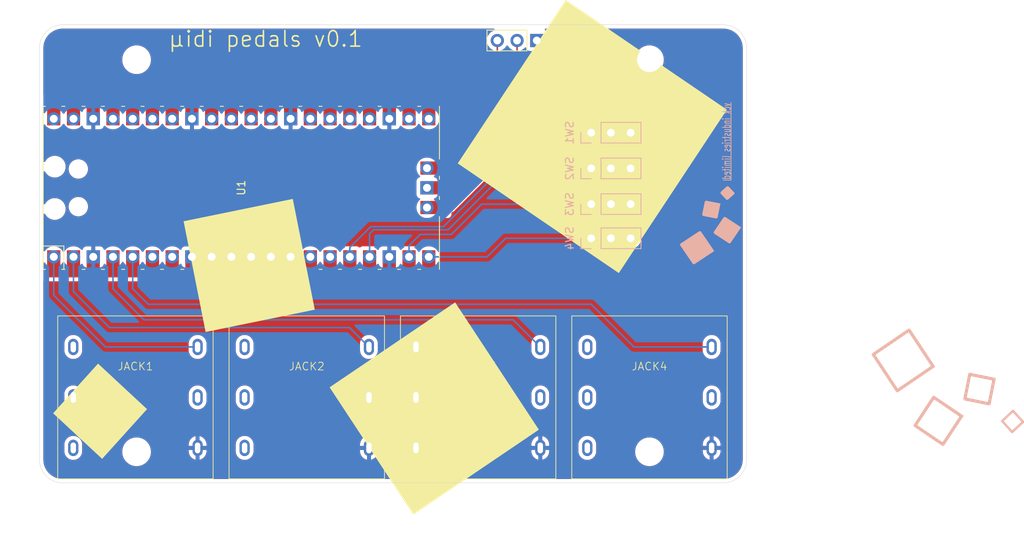
<source format=kicad_pcb>
(kicad_pcb (version 20240108) (generator "pcbnew") (generator_version "8.0")
  (layers (0 "F.Cu" signal) (31 "B.Cu" signal) (34 "B.Paste" user) (35 "F.Paste" user) (36 "B.SilkS" user "B.Silkscreen") (37 "F.SilkS" user "F.Silkscreen") (38 "B.Mask" user) (39 "F.Mask" user) (44 "Edge.Cuts" user))
  (net 0 "")
  (net 1 "Net-(J1-Pin_2)")
  (net 2 "Net-(J1-Pin_1)")
  (net 3 "Net-(J1-Pin_3)")
  (net 5 "GND")
  (net 7 "/JACK0")
  (net 12 "/JACK1")
  (net 17 "/JACK2")
  (net 24 "/JACK3")
  (net 25 "/TOGGLE0")
  (net 26 "/TOGGLE1")
  (net 27 "/TOGGLE2")
  (net 28 "/TOGGLE3")
  (footprint "MountingHole:MountingHole_3.2mm_M3" (layer "F.Cu") (at 181.5 79)
    (property "Reference" "H1" (hide yes))
    (property "Value" "MountingHole")
    (pad "" np_thru_hole circle (at 0 0) (size 3.2 3.2) (drill 3.2) (layers "*.Cu" "*.Mask"))
  )
  (footprint "rytmos:Jack_6.3mm" (layer "F.Cu") (at 181.5 79)
    (property "Reference" "JACK4" (at 0 -11 0) (layer "F.SilkS") (effects (font (thickness 0.1))))
    (property "Value" "~")
    (fp_rect (start -10 -17.5) (end 10 3.5) (stroke (width 0.1)) (fill none) (layer "F.SilkS"))
    (pad "0" thru_hole oval (at -8 -0.5 90) (size 2.1 1.3) (drill oval 1.4 0.7) (layers "*.Cu" "*.Mask"))
    (pad "1" thru_hole oval (at 8 -0.5 90) (size 2.1 1.3) (drill oval 1.4 0.7) (layers "*.Cu" "*.Mask") (net 5 "GND"))
    (pad "2" thru_hole oval (at -8 -7 90) (size 2.1 1.3) (drill oval 1.4 0.7) (layers "*.Cu" "*.Mask"))
    (pad "3" thru_hole oval (at 8 -7 90) (size 2.1 1.3) (drill oval 1.4 0.7) (layers "*.Cu" "*.Mask"))
    (pad "4" thru_hole oval (at -8 -13.5 90) (size 2.1 1.3) (drill oval 1.4 0.7) (layers "*.Cu" "*.Mask"))
    (pad "5" thru_hole oval (at 8 -13.5 90) (size 2.1 1.3) (drill oval 1.4 0.7) (layers "*.Cu" "*.Mask") (net 24 "/JACK3"))
  )
  (footprint "rytmos:Jack_6.3mm" (layer "F.Cu") (at 159.45 79)
    (property "Reference" "JACK3" (at 0 -11 0) (layer "F.SilkS") (effects (font (thickness 0.1))))
    (property "Value" "~")
    (fp_rect (start -10 -17.5) (end 10 3.5) (stroke (width 0.1)) (fill none) (layer "F.SilkS"))
    (pad "0" thru_hole oval (at -8 -0.5 90) (size 2.1 1.3) (drill oval 1.4 0.7) (layers "*.Cu" "*.Mask"))
    (pad "1" thru_hole oval (at 8 -0.5 90) (size 2.1 1.3) (drill oval 1.4 0.7) (layers "*.Cu" "*.Mask") (net 5 "GND"))
    (pad "2" thru_hole oval (at -8 -7 90) (size 2.1 1.3) (drill oval 1.4 0.7) (layers "*.Cu" "*.Mask"))
    (pad "3" thru_hole oval (at 8 -7 90) (size 2.1 1.3) (drill oval 1.4 0.7) (layers "*.Cu" "*.Mask"))
    (pad "4" thru_hole oval (at -8 -13.5 90) (size 2.1 1.3) (drill oval 1.4 0.7) (layers "*.Cu" "*.Mask"))
    (pad "5" thru_hole oval (at 8 -13.5 90) (size 2.1 1.3) (drill oval 1.4 0.7) (layers "*.Cu" "*.Mask") (net 17 "/JACK2"))
  )
  (footprint "MountingHole:MountingHole_3.2mm_M3" (layer "F.Cu") (at 181.5 28.5)
    (property "Reference" "H3" (hide yes))
    (property "Value" "MountingHole")
    (pad "" np_thru_hole circle (at 0 0) (size 3.2 3.2) (drill 3.2) (layers "*.Cu" "*.Mask"))
  )
  (footprint "MountingHole:MountingHole_3.2mm_M3" (layer "F.Cu") (at 115.5 79)
    (property "Reference" "H4" (hide yes))
    (property "Value" "MountingHole")
    (pad "" np_thru_hole circle (at 0 0) (size 3.2 3.2) (drill 3.2) (layers "*.Cu" "*.Mask"))
  )
  (footprint "MCU_RaspberryPi_and_Boards:RPi_Pico_SMD_TH" (layer "F.Cu") (at 128.97 45 90)
    (property "Reference" "U1" (at 0 0 90) (layer "F.SilkS"))
    (property "Value" "Pico")
    (fp_line (start 10.5 -25.5) (end 10.5 -25.2) (stroke (width 0.12)) (layer "F.SilkS"))
    (fp_line (start -10.5 -25.5) (end 10.5 -25.5) (stroke (width 0.12)) (layer "F.SilkS"))
    (fp_line (start -10.5 -25.5) (end -10.5 -25.2) (stroke (width 0.12)) (layer "F.SilkS"))
    (fp_line (start 10.5 -23.1) (end 10.5 -22.7) (stroke (width 0.12)) (layer "F.SilkS"))
    (fp_line (start -10.5 -23.1) (end -10.5 -22.7) (stroke (width 0.12)) (layer "F.SilkS"))
    (fp_line (start -7.493 -22.833) (end -7.493 -25.5) (stroke (width 0.12)) (layer "F.SilkS"))
    (fp_line (start -10.5 -22.833) (end -7.493 -22.833) (stroke (width 0.12)) (layer "F.SilkS"))
    (fp_line (start 10.5 -20.5) (end 10.5 -20.1) (stroke (width 0.12)) (layer "F.SilkS"))
    (fp_line (start -10.5 -20.5) (end -10.5 -20.1) (stroke (width 0.12)) (layer "F.SilkS"))
    (fp_line (start 10.5 -18) (end 10.5 -17.6) (stroke (width 0.12)) (layer "F.SilkS"))
    (fp_line (start -10.5 -18) (end -10.5 -17.6) (stroke (width 0.12)) (layer "F.SilkS"))
    (fp_line (start 10.5 -15.4) (end 10.5 -15) (stroke (width 0.12)) (layer "F.SilkS"))
    (fp_line (start -10.5 -15.4) (end -10.5 -15) (stroke (width 0.12)) (layer "F.SilkS"))
    (fp_line (start 10.5 -12.9) (end 10.5 -12.5) (stroke (width 0.12)) (layer "F.SilkS"))
    (fp_line (start -10.5 -12.9) (end -10.5 -12.5) (stroke (width 0.12)) (layer "F.SilkS"))
    (fp_line (start 10.5 -10.4) (end 10.5 -10) (stroke (width 0.12)) (layer "F.SilkS"))
    (fp_line (start -10.5 -10.4) (end -10.5 -10) (stroke (width 0.12)) (layer "F.SilkS"))
    (fp_line (start 10.5 -7.8) (end 10.5 -7.4) (stroke (width 0.12)) (layer "F.SilkS"))
    (fp_line (start -10.5 -7.8) (end -10.5 -7.4) (stroke (width 0.12)) (layer "F.SilkS"))
    (fp_line (start 10.5 -5.3) (end 10.5 -4.9) (stroke (width 0.12)) (layer "F.SilkS"))
    (fp_line (start -10.5 -5.3) (end -10.5 -4.9) (stroke (width 0.12)) (layer "F.SilkS"))
    (fp_line (start 10.5 -2.7) (end 10.5 -2.3) (stroke (width 0.12)) (layer "F.SilkS"))
    (fp_line (start -10.5 -2.7) (end -10.5 -2.3) (stroke (width 0.12)) (layer "F.SilkS"))
    (fp_line (start 10.5 -0.2) (end 10.5 0.2) (stroke (width 0.12)) (layer "F.SilkS"))
    (fp_line (start -10.5 -0.2) (end -10.5 0.2) (stroke (width 0.12)) (layer "F.SilkS"))
    (fp_line (start 10.5 2.3) (end 10.5 2.7) (stroke (width 0.12)) (layer "F.SilkS"))
    (fp_line (start -10.5 2.3) (end -10.5 2.7) (stroke (width 0.12)) (layer "F.SilkS"))
    (fp_line (start 10.5 4.9) (end 10.5 5.3) (stroke (width 0.12)) (layer "F.SilkS"))
    (fp_line (start -10.5 4.9) (end -10.5 5.3) (stroke (width 0.12)) (layer "F.SilkS"))
    (fp_line (start 10.5 7.4) (end 10.5 7.8) (stroke (width 0.12)) (layer "F.SilkS"))
    (fp_line (start -10.5 7.4) (end -10.5 7.8) (stroke (width 0.12)) (layer "F.SilkS"))
    (fp_line (start 10.5 10) (end 10.5 10.4) (stroke (width 0.12)) (layer "F.SilkS"))
    (fp_line (start -10.5 10) (end -10.5 10.4) (stroke (width 0.12)) (layer "F.SilkS"))
    (fp_line (start 10.5 12.5) (end 10.5 12.9) (stroke (width 0.12)) (layer "F.SilkS"))
    (fp_line (start -10.5 12.5) (end -10.5 12.9) (stroke (width 0.12)) (layer "F.SilkS"))
    (fp_line (start 10.5 15.1) (end 10.5 15.5) (stroke (width 0.12)) (layer "F.SilkS"))
    (fp_line (start -10.5 15.1) (end -10.5 15.5) (stroke (width 0.12)) (layer "F.SilkS"))
    (fp_line (start 10.5 17.6) (end 10.5 18) (stroke (width 0.12)) (layer "F.SilkS"))
    (fp_line (start -10.5 17.6) (end -10.5 18) (stroke (width 0.12)) (layer "F.SilkS"))
    (fp_line (start 10.5 20.1) (end 10.5 20.5) (stroke (width 0.12)) (layer "F.SilkS"))
    (fp_line (start -10.5 20.1) (end -10.5 20.5) (stroke (width 0.12)) (layer "F.SilkS"))
    (fp_line (start 10.5 22.7) (end 10.5 23.1) (stroke (width 0.12)) (layer "F.SilkS"))
    (fp_line (start -10.5 22.7) (end -10.5 23.1) (stroke (width 0.12)) (layer "F.SilkS"))
    (fp_line (start 10.5 25.5) (end 3.7 25.5) (stroke (width 0.12)) (layer "F.SilkS"))
    (fp_line (start 1.1 25.5) (end 1.5 25.5) (stroke (width 0.12)) (layer "F.SilkS"))
    (fp_line (start -1.5 25.5) (end -1.1 25.5) (stroke (width 0.12)) (layer "F.SilkS"))
    (fp_line (start -3.7 25.5) (end -10.5 25.5) (stroke (width 0.12)) (layer "F.SilkS"))
    (pad "" np_thru_hole oval (at -2.725 -24 90) (size 1.8 1.8) (drill 1.8) (layers "*.Cu" "*.Mask"))
    (pad "" np_thru_hole oval (at -2.425 -20.97 90) (size 1.5 1.5) (drill 1.5) (layers "*.Cu" "*.Mask"))
    (pad "" np_thru_hole oval (at 2.425 -20.97 90) (size 1.5 1.5) (drill 1.5) (layers "*.Cu" "*.Mask"))
    (pad "" np_thru_hole oval (at 2.725 -24 90) (size 1.8 1.8) (drill 1.8) (layers "*.Cu" "*.Mask"))
    (pad "1" thru_hole oval (at -8.89 -24.13 90) (size 1.7 1.7) (drill 1.02) (layers "*.Cu" "*.Mask") (net 7 "/JACK0"))
    (pad "1" smd rect (at -8.89 -24.13 90) (size 3.5 1.7) (drill (offset -0.9 0)) (layers "F.Cu" "F.Mask") (net 7 "/JACK0"))
    (pad "2" thru_hole oval (at -8.89 -21.59 90) (size 1.7 1.7) (drill 1.02) (layers "*.Cu" "*.Mask") (net 12 "/JACK1"))
    (pad "2" smd rect (at -8.89 -21.59 90) (size 3.5 1.7) (drill (offset -0.9 0)) (layers "F.Cu" "F.Mask") (net 12 "/JACK1"))
    (pad "3" thru_hole rect (at -8.89 -19.05 90) (size 1.7 1.7) (drill 1.02) (layers "*.Cu" "*.Mask") (net 5 "GND"))
    (pad "3" smd rect (at -8.89 -19.05 90) (size 3.5 1.7) (drill (offset -0.9 0)) (layers "F.Cu" "F.Mask") (net 5 "GND"))
    (pad "4" thru_hole oval (at -8.89 -16.51 90) (size 1.7 1.7) (drill 1.02) (layers "*.Cu" "*.Mask") (net 17 "/JACK2"))
    (pad "4" smd rect (at -8.89 -16.51 90) (size 3.5 1.7) (drill (offset -0.9 0)) (layers "F.Cu" "F.Mask") (net 17 "/JACK2"))
    (pad "5" thru_hole oval (at -8.89 -13.97 90) (size 1.7 1.7) (drill 1.02) (layers "*.Cu" "*.Mask") (net 24 "/JACK3"))
    (pad "5" smd rect (at -8.89 -13.97 90) (size 3.5 1.7) (drill (offset -0.9 0)) (layers "F.Cu" "F.Mask") (net 24 "/JACK3"))
    (pad "6" thru_hole oval (at -8.89 -11.43 90) (size 1.7 1.7) (drill 1.02) (layers "*.Cu" "*.Mask"))
    (pad "6" smd rect (at -8.89 -11.43 90) (size 3.5 1.7) (drill (offset -0.9 0)) (layers "F.Cu" "F.Mask"))
    (pad "7" thru_hole oval (at -8.89 -8.89 90) (size 1.7 1.7) (drill 1.02) (layers "*.Cu" "*.Mask"))
    (pad "7" smd rect (at -8.89 -8.89 90) (size 3.5 1.7) (drill (offset -0.9 0)) (layers "F.Cu" "F.Mask"))
    (pad "8" thru_hole rect (at -8.89 -6.35 90) (size 1.7 1.7) (drill 1.02) (layers "*.Cu" "*.Mask") (net 5 "GND"))
    (pad "8" smd rect (at -8.89 -6.35 90) (size 3.5 1.7) (drill (offset -0.9 0)) (layers "F.Cu" "F.Mask") (net 5 "GND"))
    (pad "9" thru_hole oval (at -8.89 -3.81 90) (size 1.7 1.7) (drill 1.02) (layers "*.Cu" "*.Mask"))
    (pad "9" smd rect (at -8.89 -3.81 90) (size 3.5 1.7) (drill (offset -0.9 0)) (layers "F.Cu" "F.Mask"))
    (pad "10" thru_hole oval (at -8.89 -1.27 90) (size 1.7 1.7) (drill 1.02) (layers "*.Cu" "*.Mask"))
    (pad "10" smd rect (at -8.89 -1.27 90) (size 3.5 1.7) (drill (offset -0.9 0)) (layers "F.Cu" "F.Mask"))
    (pad "11" thru_hole oval (at -8.89 1.27 90) (size 1.7 1.7) (drill 1.02) (layers "*.Cu" "*.Mask"))
    (pad "11" smd rect (at -8.89 1.27 90) (size 3.5 1.7) (drill (offset -0.9 0)) (layers "F.Cu" "F.Mask"))
    (pad "12" thru_hole oval (at -8.89 3.81 90) (size 1.7 1.7) (drill 1.02) (layers "*.Cu" "*.Mask"))
    (pad "12" smd rect (at -8.89 3.81 90) (size 3.5 1.7) (drill (offset -0.9 0)) (layers "F.Cu" "F.Mask"))
    (pad "13" thru_hole rect (at -8.89 6.35 90) (size 1.7 1.7) (drill 1.02) (layers "*.Cu" "*.Mask") (net 5 "GND"))
    (pad "13" smd rect (at -8.89 6.35 90) (size 3.5 1.7) (drill (offset -0.9 0)) (layers "F.Cu" "F.Mask") (net 5 "GND"))
    (pad "14" thru_hole oval (at -8.89 8.89 90) (size 1.7 1.7) (drill 1.02) (layers "*.Cu" "*.Mask"))
    (pad "14" smd rect (at -8.89 8.89 90) (size 3.5 1.7) (drill (offset -0.9 0)) (layers "F.Cu" "F.Mask"))
    (pad "15" thru_hole oval (at -8.89 11.43 90) (size 1.7 1.7) (drill 1.02) (layers "*.Cu" "*.Mask"))
    (pad "15" smd rect (at -8.89 11.43 90) (size 3.5 1.7) (drill (offset -0.9 0)) (layers "F.Cu" "F.Mask"))
    (pad "16" thru_hole oval (at -8.89 13.97 90) (size 1.7 1.7) (drill 1.02) (layers "*.Cu" "*.Mask") (net 25 "/TOGGLE0"))
    (pad "16" smd rect (at -8.89 13.97 90) (size 3.5 1.7) (drill (offset -0.9 0)) (layers "F.Cu" "F.Mask") (net 25 "/TOGGLE0"))
    (pad "17" thru_hole oval (at -8.89 16.51 90) (size 1.7 1.7) (drill 1.02) (layers "*.Cu" "*.Mask") (net 26 "/TOGGLE1"))
    (pad "17" smd rect (at -8.89 16.51 90) (size 3.5 1.7) (drill (offset -0.9 0)) (layers "F.Cu" "F.Mask") (net 26 "/TOGGLE1"))
    (pad "18" thru_hole rect (at -8.89 19.05 90) (size 1.7 1.7) (drill 1.02) (layers "*.Cu" "*.Mask") (net 5 "GND"))
    (pad "18" smd rect (at -8.89 19.05 90) (size 3.5 1.7) (drill (offset -0.9 0)) (layers "F.Cu" "F.Mask") (net 5 "GND"))
    (pad "19" thru_hole oval (at -8.89 21.59 90) (size 1.7 1.7) (drill 1.02) (layers "*.Cu" "*.Mask") (net 27 "/TOGGLE2"))
    (pad "19" smd rect (at -8.89 21.59 90) (size 3.5 1.7) (drill (offset -0.9 0)) (layers "F.Cu" "F.Mask") (net 27 "/TOGGLE2"))
    (pad "20" thru_hole oval (at -8.89 24.13 90) (size 1.7 1.7) (drill 1.02) (layers "*.Cu" "*.Mask") (net 28 "/TOGGLE3"))
    (pad "20" smd rect (at -8.89 24.13 90) (size 3.5 1.7) (drill (offset -0.9 0)) (layers "F.Cu" "F.Mask") (net 28 "/TOGGLE3"))
    (pad "21" thru_hole oval (at 8.89 24.13 90) (size 1.7 1.7) (drill 1.02) (layers "*.Cu" "*.Mask"))
    (pad "21" smd rect (at 8.89 24.13 90) (size 3.5 1.7) (drill (offset 0.9 0)) (layers "F.Cu" "F.Mask"))
    (pad "22" thru_hole oval (at 8.89 21.59 90) (size 1.7 1.7) (drill 1.02) (layers "*.Cu" "*.Mask"))
    (pad "22" smd rect (at 8.89 21.59 90) (size 3.5 1.7) (drill (offset 0.9 0)) (layers "F.Cu" "F.Mask"))
    (pad "23" thru_hole rect (at 8.89 19.05 90) (size 1.7 1.7) (drill 1.02) (layers "*.Cu" "*.Mask") (net 5 "GND"))
    (pad "23" smd rect (at 8.89 19.05 90) (size 3.5 1.7) (drill (offset 0.9 0)) (layers "F.Cu" "F.Mask") (net 5 "GND"))
    (pad "24" thru_hole oval (at 8.89 16.51 90) (size 1.7 1.7) (drill 1.02) (layers "*.Cu" "*.Mask"))
    (pad "24" smd rect (at 8.89 16.51 90) (size 3.5 1.7) (drill (offset 0.9 0)) (layers "F.Cu" "F.Mask"))
    (pad "25" thru_hole oval (at 8.89 13.97 90) (size 1.7 1.7) (drill 1.02) (layers "*.Cu" "*.Mask"))
    (pad "25" smd rect (at 8.89 13.97 90) (size 3.5 1.7) (drill (offset 0.9 0)) (layers "F.Cu" "F.Mask"))
    (pad "26" thru_hole oval (at 8.89 11.43 90) (size 1.7 1.7) (drill 1.02) (layers "*.Cu" "*.Mask"))
    (pad "26" smd rect (at 8.89 11.43 90) (size 3.5 1.7) (drill (offset 0.9 0)) (layers "F.Cu" "F.Mask"))
    (pad "27" thru_hole oval (at 8.89 8.89 90) (size 1.7 1.7) (drill 1.02) (layers "*.Cu" "*.Mask"))
    (pad "27" smd rect (at 8.89 8.89 90) (size 3.5 1.7) (drill (offset 0.9 0)) (layers "F.Cu" "F.Mask"))
    (pad "28" thru_hole rect (at 8.89 6.35 90) (size 1.7 1.7) (drill 1.02) (layers "*.Cu" "*.Mask") (net 5 "GND"))
    (pad "28" smd rect (at 8.89 6.35 90) (size 3.5 1.7) (drill (offset 0.9 0)) (layers "F.Cu" "F.Mask") (net 5 "GND"))
    (pad "29" thru_hole oval (at 8.89 3.81 90) (size 1.7 1.7) (drill 1.02) (layers "*.Cu" "*.Mask"))
    (pad "29" smd rect (at 8.89 3.81 90) (size 3.5 1.7) (drill (offset 0.9 0)) (layers "F.Cu" "F.Mask"))
    (pad "30" thru_hole oval (at 8.89 1.27 90) (size 1.7 1.7) (drill 1.02) (layers "*.Cu" "*.Mask"))
    (pad "30" smd rect (at 8.89 1.27 90) (size 3.5 1.7) (drill (offset 0.9 0)) (layers "F.Cu" "F.Mask"))
    (pad "31" thru_hole oval (at 8.89 -1.27 90) (size 1.7 1.7) (drill 1.02) (layers "*.Cu" "*.Mask"))
    (pad "31" smd rect (at 8.89 -1.27 90) (size 3.5 1.7) (drill (offset 0.9 0)) (layers "F.Cu" "F.Mask"))
    (pad "32" thru_hole oval (at 8.89 -3.81 90) (size 1.7 1.7) (drill 1.02) (layers "*.Cu" "*.Mask"))
    (pad "32" smd rect (at 8.89 -3.81 90) (size 3.5 1.7) (drill (offset 0.9 0)) (layers "F.Cu" "F.Mask"))
    (pad "33" thru_hole rect (at 8.89 -6.35 90) (size 1.7 1.7) (drill 1.02) (layers "*.Cu" "*.Mask") (net 5 "GND"))
    (pad "33" smd rect (at 8.89 -6.35 90) (size 3.5 1.7) (drill (offset 0.9 0)) (layers "F.Cu" "F.Mask") (net 5 "GND"))
    (pad "34" thru_hole oval (at 8.89 -8.89 90) (size 1.7 1.7) (drill 1.02) (layers "*.Cu" "*.Mask"))
    (pad "34" smd rect (at 8.89 -8.89 90) (size 3.5 1.7) (drill (offset 0.9 0)) (layers "F.Cu" "F.Mask"))
    (pad "35" thru_hole oval (at 8.89 -11.43 90) (size 1.7 1.7) (drill 1.02) (layers "*.Cu" "*.Mask"))
    (pad "35" smd rect (at 8.89 -11.43 90) (size 3.5 1.7) (drill (offset 0.9 0)) (layers "F.Cu" "F.Mask"))
    (pad "36" thru_hole oval (at 8.89 -13.97 90) (size 1.7 1.7) (drill 1.02) (layers "*.Cu" "*.Mask"))
    (pad "36" smd rect (at 8.89 -13.97 90) (size 3.5 1.7) (drill (offset 0.9 0)) (layers "F.Cu" "F.Mask"))
    (pad "37" thru_hole oval (at 8.89 -16.51 90) (size 1.7 1.7) (drill 1.02) (layers "*.Cu" "*.Mask"))
    (pad "37" smd rect (at 8.89 -16.51 90) (size 3.5 1.7) (drill (offset 0.9 0)) (layers "F.Cu" "F.Mask"))
    (pad "38" thru_hole rect (at 8.89 -19.05 90) (size 1.7 1.7) (drill 1.02) (layers "*.Cu" "*.Mask") (net 5 "GND"))
    (pad "38" smd rect (at 8.89 -19.05 90) (size 3.5 1.7) (drill (offset 0.9 0)) (layers "F.Cu" "F.Mask") (net 5 "GND"))
    (pad "39" thru_hole oval (at 8.89 -21.59 90) (size 1.7 1.7) (drill 1.02) (layers "*.Cu" "*.Mask"))
    (pad "39" smd rect (at 8.89 -21.59 90) (size 3.5 1.7) (drill (offset 0.9 0)) (layers "F.Cu" "F.Mask"))
    (pad "40" thru_hole oval (at 8.89 -24.13 90) (size 1.7 1.7) (drill 1.02) (layers "*.Cu" "*.Mask"))
    (pad "40" smd rect (at 8.89 -24.13 90) (size 3.5 1.7) (drill (offset 0.9 0)) (layers "F.Cu" "F.Mask"))
    (pad "41" thru_hole oval (at -2.54 23.9 90) (size 1.7 1.7) (drill 1.02) (layers "*.Cu" "*.Mask") (net 2 "Net-(J1-Pin_1)"))
    (pad "41" smd rect (at -2.54 23.9 180) (size 3.5 1.7) (drill (offset -0.9 0)) (layers "F.Cu" "F.Mask") (net 2 "Net-(J1-Pin_1)"))
    (pad "42" thru_hole rect (at 0 23.9 90) (size 1.7 1.7) (drill 1.02) (layers "*.Cu" "*.Mask") (net 1 "Net-(J1-Pin_2)"))
    (pad "42" smd rect (at 0 23.9 180) (size 3.5 1.7) (drill (offset -0.9 0)) (layers "F.Cu" "F.Mask") (net 1 "Net-(J1-Pin_2)"))
    (pad "43" thru_hole oval (at 2.54 23.9 90) (size 1.7 1.7) (drill 1.02) (layers "*.Cu" "*.Mask") (net 3 "Net-(J1-Pin_3)"))
    (pad "43" smd rect (at 2.54 23.9 180) (size 3.5 1.7) (drill (offset -0.9 0)) (layers "F.Cu" "F.Mask") (net 3 "Net-(J1-Pin_3)"))
  )
  (footprint "rytmos:Jack_6.3mm" (layer "F.Cu") (at 137.4 79)
    (property "Reference" "JACK2" (at 0 -11 0) (layer "F.SilkS") (effects (font (thickness 0.1))))
    (property "Value" "~")
    (fp_rect (start -10 -17.5) (end 10 3.5) (stroke (width 0.1)) (fill none) (layer "F.SilkS"))
    (pad "0" thru_hole oval (at -8 -0.5 90) (size 2.1 1.3) (drill oval 1.4 0.7) (layers "*.Cu" "*.Mask"))
    (pad "1" thru_hole oval (at 8 -0.5 90) (size 2.1 1.3) (drill oval 1.4 0.7) (layers "*.Cu" "*.Mask") (net 5 "GND"))
    (pad "2" thru_hole oval (at -8 -7 90) (size 2.1 1.3) (drill oval 1.4 0.7) (layers "*.Cu" "*.Mask"))
    (pad "3" thru_hole oval (at 8 -7 90) (size 2.1 1.3) (drill oval 1.4 0.7) (layers "*.Cu" "*.Mask"))
    (pad "4" thru_hole oval (at -8 -13.5 90) (size 2.1 1.3) (drill oval 1.4 0.7) (layers "*.Cu" "*.Mask"))
    (pad "5" thru_hole oval (at 8 -13.5 90) (size 2.1 1.3) (drill oval 1.4 0.7) (layers "*.Cu" "*.Mask") (net 12 "/JACK1"))
  )
  (footprint "rytmos:Jack_6.3mm" (layer "F.Cu") (at 115.35 79)
    (property "Reference" "JACK1" (at 0 -11 0) (layer "F.SilkS") (effects (font (thickness 0.1))))
    (property "Value" "~")
    (fp_rect (start -10 -17.5) (end 10 3.5) (stroke (width 0.1)) (fill none) (layer "F.SilkS"))
    (pad "0" thru_hole oval (at -8 -0.5 90) (size 2.1 1.3) (drill oval 1.4 0.7) (layers "*.Cu" "*.Mask"))
    (pad "1" thru_hole oval (at 8 -0.5 90) (size 2.1 1.3) (drill oval 1.4 0.7) (layers "*.Cu" "*.Mask") (net 5 "GND"))
    (pad "2" thru_hole oval (at -8 -7 90) (size 2.1 1.3) (drill oval 1.4 0.7) (layers "*.Cu" "*.Mask"))
    (pad "3" thru_hole oval (at 8 -7 90) (size 2.1 1.3) (drill oval 1.4 0.7) (layers "*.Cu" "*.Mask"))
    (pad "4" thru_hole oval (at -8 -13.5 90) (size 2.1 1.3) (drill oval 1.4 0.7) (layers "*.Cu" "*.Mask"))
    (pad "5" thru_hole oval (at 8 -13.5 90) (size 2.1 1.3) (drill oval 1.4 0.7) (layers "*.Cu" "*.Mask") (net 7 "/JACK0"))
  )
  (footprint "MountingHole:MountingHole_3.2mm_M3" (layer "F.Cu") (at 115.5 28.5)
    (property "Reference" "H2" (hide yes))
    (property "Value" "MountingHole")
    (pad "" np_thru_hole circle (at 0 0) (size 3.2 3.2) (drill 3.2) (layers "*.Cu" "*.Mask"))
  )
  (footprint "Connector_PinSocket_2.54mm:PinSocket_1x03_P2.54mm_Vertical" (layer "F.Cu") (at 167 26.025 -90)
    (property "Reference" "J1" (at 0 -2.77 90) (layer "F.SilkS"))
    (property "Value" "swd")
    (fp_line (start -1.33 6.41) (end 1.33 6.41) (stroke (width 0.12)) (layer "F.SilkS"))
    (fp_line (start -1.33 1.27) (end -1.33 6.41) (stroke (width 0.12)) (layer "F.SilkS"))
    (fp_line (start -1.33 1.27) (end 1.33 1.27) (stroke (width 0.12)) (layer "F.SilkS"))
    (fp_line (start 1.33 1.27) (end 1.33 6.41) (stroke (width 0.12)) (layer "F.SilkS"))
    (fp_line (start 0 -1.33) (end 1.33 -1.33) (stroke (width 0.12)) (layer "F.SilkS"))
    (fp_line (start 1.33 -1.33) (end 1.33 0) (stroke (width 0.12)) (layer "F.SilkS"))
    (pad "1" thru_hole rect (at 0 0 270) (size 1.7 1.7) (drill 1) (layers "*.Cu" "*.Mask") (net 2 "Net-(J1-Pin_1)"))
    (pad "2" thru_hole oval (at 0 2.54 270) (size 1.7 1.7) (drill 1) (layers "*.Cu" "*.Mask") (net 1 "Net-(J1-Pin_2)"))
    (pad "3" thru_hole oval (at 0 5.08 270) (size 1.7 1.7) (drill 1) (layers "*.Cu" "*.Mask") (net 3 "Net-(J1-Pin_3)"))
  )
  (footprint "Connector_PinSocket_2.54mm:PinSocket_1x03_P2.54mm_Vertical" (layer "B.Cu") (at 174 42.5 -90)
    (property "Reference" "SW2" (at 0 2.77 90) (layer "B.SilkS") (effects (justify mirror)))
    (property "Value" "SW_DIP_x01")
    (fp_line (start 1.33 1.33) (end 0 1.33) (stroke (width 0.12)) (layer "B.SilkS"))
    (fp_line (start 1.33 0) (end 1.33 1.33) (stroke (width 0.12)) (layer "B.SilkS"))
    (fp_line (start 1.33 -1.27) (end -1.33 -1.27) (stroke (width 0.12)) (layer "B.SilkS"))
    (fp_line (start -1.33 -6.41) (end -1.33 -1.27) (stroke (width 0.12)) (layer "B.SilkS"))
    (fp_line (start 1.33 -6.41) (end 1.33 -1.27) (stroke (width 0.12)) (layer "B.SilkS"))
    (fp_line (start 1.33 -6.41) (end -1.33 -6.41) (stroke (width 0.12)) (layer "B.SilkS"))
    (pad "1" thru_hole rect (at 0 0 270) (size 1.7 1.7) (drill 1) (layers "*.Cu" "*.Mask") (net 26 "/TOGGLE1"))
    (pad "2" thru_hole oval (at 0 -2.54 270) (size 1.7 1.7) (drill 1) (layers "*.Cu" "*.Mask") (net 5 "GND"))
    (pad "3" thru_hole oval (at 0 -5.08 270) (size 1.7 1.7) (drill 1) (layers "*.Cu" "*.Mask"))
  )
  (footprint "Connector_PinSocket_2.54mm:PinSocket_1x03_P2.54mm_Vertical" (layer "B.Cu") (at 174 37.9 -90)
    (property "Reference" "SW1" (at 0 2.77 90) (layer "B.SilkS") (effects (justify mirror)))
    (property "Value" "SW_DIP_x01")
    (fp_line (start 1.33 1.33) (end 0 1.33) (stroke (width 0.12)) (layer "B.SilkS"))
    (fp_line (start 1.33 0) (end 1.33 1.33) (stroke (width 0.12)) (layer "B.SilkS"))
    (fp_line (start 1.33 -1.27) (end -1.33 -1.27) (stroke (width 0.12)) (layer "B.SilkS"))
    (fp_line (start -1.33 -6.41) (end -1.33 -1.27) (stroke (width 0.12)) (layer "B.SilkS"))
    (fp_line (start 1.33 -6.41) (end 1.33 -1.27) (stroke (width 0.12)) (layer "B.SilkS"))
    (fp_line (start 1.33 -6.41) (end -1.33 -6.41) (stroke (width 0.12)) (layer "B.SilkS"))
    (pad "1" thru_hole rect (at 0 0 270) (size 1.7 1.7) (drill 1) (layers "*.Cu" "*.Mask") (net 25 "/TOGGLE0"))
    (pad "2" thru_hole oval (at 0 -2.54 270) (size 1.7 1.7) (drill 1) (layers "*.Cu" "*.Mask") (net 5 "GND"))
    (pad "3" thru_hole oval (at 0 -5.08 270) (size 1.7 1.7) (drill 1) (layers "*.Cu" "*.Mask"))
  )
  (footprint "Connector_PinSocket_2.54mm:PinSocket_1x03_P2.54mm_Vertical" (layer "B.Cu") (at 174 51.5 -90)
    (property "Reference" "SW4" (at 0 2.77 90) (layer "B.SilkS") (effects (justify mirror)))
    (property "Value" "SW_DIP_x01")
    (fp_line (start 1.33 1.33) (end 0 1.33) (stroke (width 0.12)) (layer "B.SilkS"))
    (fp_line (start 1.33 0) (end 1.33 1.33) (stroke (width 0.12)) (layer "B.SilkS"))
    (fp_line (start 1.33 -1.27) (end -1.33 -1.27) (stroke (width 0.12)) (layer "B.SilkS"))
    (fp_line (start -1.33 -6.41) (end -1.33 -1.27) (stroke (width 0.12)) (layer "B.SilkS"))
    (fp_line (start 1.33 -6.41) (end 1.33 -1.27) (stroke (width 0.12)) (layer "B.SilkS"))
    (fp_line (start 1.33 -6.41) (end -1.33 -6.41) (stroke (width 0.12)) (layer "B.SilkS"))
    (pad "1" thru_hole rect (at 0 0 270) (size 1.7 1.7) (drill 1) (layers "*.Cu" "*.Mask") (net 28 "/TOGGLE3"))
    (pad "2" thru_hole oval (at 0 -2.54 270) (size 1.7 1.7) (drill 1) (layers "*.Cu" "*.Mask") (net 5 "GND"))
    (pad "3" thru_hole oval (at 0 -5.08 270) (size 1.7 1.7) (drill 1) (layers "*.Cu" "*.Mask"))
  )
  (footprint "Connector_PinSocket_2.54mm:PinSocket_1x03_P2.54mm_Vertical" (layer "B.Cu") (at 174 47.1 -90)
    (property "Reference" "SW3" (at 0 2.77 90) (layer "B.SilkS") (effects (justify mirror)))
    (property "Value" "SW_DIP_x01")
    (fp_line (start 1.33 1.33) (end 0 1.33) (stroke (width 0.12)) (layer "B.SilkS"))
    (fp_line (start 1.33 0) (end 1.33 1.33) (stroke (width 0.12)) (layer "B.SilkS"))
    (fp_line (start 1.33 -1.27) (end -1.33 -1.27) (stroke (width 0.12)) (layer "B.SilkS"))
    (fp_line (start -1.33 -6.41) (end -1.33 -1.27) (stroke (width 0.12)) (layer "B.SilkS"))
    (fp_line (start 1.33 -6.41) (end 1.33 -1.27) (stroke (width 0.12)) (layer "B.SilkS"))
    (fp_line (start 1.33 -6.41) (end -1.33 -6.41) (stroke (width 0.12)) (layer "B.SilkS"))
    (pad "1" thru_hole rect (at 0 0 270) (size 1.7 1.7) (drill 1) (layers "*.Cu" "*.Mask") (net 27 "/TOGGLE2"))
    (pad "2" thru_hole oval (at 0 -2.54 270) (size 1.7 1.7) (drill 1) (layers "*.Cu" "*.Mask") (net 5 "GND"))
    (pad "3" thru_hole oval (at 0 -5.08 270) (size 1.7 1.7) (drill 1) (layers "*.Cu" "*.Mask"))
  )
  (gr_poly (pts (xy 215.679449 75.621608) (xy 219.269016 78.052846) (xy 221.663822 74.408492) (xy 218.074255 71.977253)) (stroke (width 0.4)) (fill none) (layer "B.SilkS"))
  (gr_poly (pts (xy 222.087107 72.186114) (xy 225.20917 72.825489) (xy 225.83909 69.655867) (xy 222.71647 69.016492)) (stroke (width 0.4)) (fill none) (layer "B.SilkS"))
  (gr_poly (pts (xy 190.076215 48.741415) (xy 190.395902 47.180383) (xy 188.811092 46.865424) (xy 188.491404 48.426733)) (stroke (width 0.411839)) (fill solid) (layer "B.SilkS"))
  (gr_poly (pts (xy 191.5 46.342715) (xy 192.211405 45.700699) (xy 191.559515 45) (xy 190.84811 45.642017)) (stroke (width 0.411825)) (fill solid) (layer "B.SilkS"))
  (gr_poly (pts (xy 210.301632 66.462051) (xy 213.393383 71.139028) (xy 218 68) (xy 214.908251 63.322744)) (stroke (width 0.4)) (fill none) (layer "B.SilkS"))
  (gr_line (start 192 44) (end 191 44) (stroke (width 0.1)) (layer "B.SilkS"))
  (gr_poly (pts (xy 187.214183 54.634152) (xy 189.552672 53.088277) (xy 187.983158 50.784968) (xy 185.64453 52.330843)) (stroke (width 0.411825)) (fill solid) (layer "B.SilkS"))
  (gr_line (start 192 34) (end 192 44) (stroke (width 0.1)) (layer "B.SilkS"))
  (gr_poly (pts (xy 191.793962 51.945244) (xy 193.009581 50.150461) (xy 191.187404 48.953057) (xy 189.971784 50.747841)) (stroke (width 0.411825)) (fill solid) (layer "B.SilkS"))
  (gr_poly (pts (xy 226.884506 75.033683) (xy 228.16854 76.456494) (xy 229.569937 75.152714) (xy 228.285904 73.729904)) (stroke (width 0.3)) (fill none) (layer "B.SilkS"))
  (gr_poly (pts (xy 138.432336 60.693022) (xy 124.383052 63.570209) (xy 121.548414 49.306912) (xy 135.600202 46.429726)) (fill solid) (layer "F.SilkS"))
  (gr_poly (pts (xy 167.266795 76.152747) (xy 151.113747 87.093319) (xy 140.337116 70.693722) (xy 156.490169 59.753146)) (fill solid) (layer "F.SilkS"))
  (gr_poly (pts (xy 191.466972 34.934739) (xy 177.554092 55.981137) (xy 156.824316 41.855508) (xy 170.737187 20.807858)) (fill solid) (layer "F.SilkS"))
  (gr_poly (pts (xy 116.844039 73.507085) (xy 111.065889 79.909733) (xy 104.759601 74.042724) (xy 110.537752 67.640077)) (fill solid) (layer "F.SilkS"))
  (gr_line (start 194 27) (end 194 80) (stroke (width 0.05)) (layer "Edge.Cuts"))
  (gr_line (start 191 83) (end 106 83) (stroke (width 0.05)) (layer "Edge.Cuts"))
  (gr_line (start 106 24) (end 191 24) (stroke (width 0.05)) (layer "Edge.Cuts"))
  (gr_line (start 103 80) (end 103 27) (stroke (width 0.05)) (layer "Edge.Cuts"))
  (gr_arc (start 194 80) (mid 193.12132 82.12132) (end 191 83) (stroke (width 0.05)) (layer "Edge.Cuts"))
  (gr_arc (start 106 83) (mid 103.87868 82.12132) (end 103 80) (stroke (width 0.05)) (layer "Edge.Cuts"))
  (gr_arc (start 103 27) (mid 103.87868 24.87868) (end 106 24) (stroke (width 0.05)) (layer "Edge.Cuts"))
  (gr_arc (start 191 24) (mid 193.12132 24.87868) (end 194 27) (stroke (width 0.05)) (layer "Edge.Cuts"))
  (gr_text "vck industries limited" (at 192 34 90) (layer "B.SilkS") (effects (font (size 1 0.6) (thickness 0.1)) (justify left bottom mirror)))
  (gr_text "μidi pedals v0.1" (at 119.5 27 0) (layer "F.SilkS") (effects (font (size 2 2) (thickness 0.2) (bold yes)) (justify left bottom)))
  (segment (start 157.565686 45) (end 164.46 38.105686) (width 0.2) (layer "F.Cu") (net 1))
  (segment (start 164.46 38.105686) (end 164.46 26.025) (width 0.2) (layer "F.Cu") (net 1))
  (segment (start 154.4 45) (end 157.565686 45) (width 0.2) (layer "F.Cu") (net 1))
  (segment (start 154.4 47.54) (end 155.96 47.54) (width 0.2) (layer "F.Cu") (net 2))
  (segment (start 155.96 47.54) (end 167 36.5) (width 0.2) (layer "F.Cu") (net 2))
  (segment (start 167 36.5) (end 167 26.025) (width 0.2) (layer "F.Cu") (net 2))
  (segment (start 161.92 40.08) (end 159.54 42.46) (width 0.2) (layer "F.Cu") (net 3))
  (segment (start 161.92 26.025) (end 161.92 40.08) (width 0.2) (layer "F.Cu") (net 3))
  (segment (start 159.54 42.46) (end 154.4 42.46) (width 0.2) (layer "F.Cu") (net 3))
  (segment (start 111.5 65.5) (end 104.84 58.84) (width 0.2) (layer "B.Cu") (net 7))
  (segment (start 123.35 65.5) (end 111.5 65.5) (width 0.2) (layer "B.Cu") (net 7))
  (segment (start 104.84 58.84) (end 104.84 53.89) (width 0.2) (layer "B.Cu") (net 7))
  (segment (start 112 63) (end 142.9 63) (width 0.2) (layer "B.Cu") (net 12))
  (segment (start 142.9 63) (end 145.4 65.5) (width 0.2) (layer "B.Cu") (net 12))
  (segment (start 107.38 53.89) (end 107.38 58.38) (width 0.2) (layer "B.Cu") (net 12))
  (segment (start 107.38 58.38) (end 112 63) (width 0.2) (layer "B.Cu") (net 12))
  (segment (start 163.95 62) (end 167.45 65.5) (width 0.2) (layer "B.Cu") (net 17))
  (segment (start 112.46 58) (end 116.46 62) (width 0.2) (layer "B.Cu") (net 17))
  (segment (start 116.46 62) (end 163.95 62) (width 0.2) (layer "B.Cu") (net 17))
  (segment (start 112.46 53.89) (end 112.46 58) (width 0.2) (layer "B.Cu") (net 17))
  (segment (start 117 60) (end 174 60) (width 0.2) (layer "B.Cu") (net 24))
  (segment (start 115 53.89) (end 115 58) (width 0.2) (layer "B.Cu") (net 24))
  (segment (start 174 60) (end 179.5 65.5) (width 0.2) (layer "B.Cu") (net 24))
  (segment (start 115 58) (end 117 60) (width 0.2) (layer "B.Cu") (net 24))
  (segment (start 179.5 65.5) (end 189.5 65.5) (width 0.2) (layer "B.Cu") (net 24))
  (segment (start 155 50) (end 167.1 37.9) (width 0.2) (layer "B.Cu") (net 25))
  (segment (start 142.94 52.687919) (end 145.627919 50) (width 0.2) (layer "B.Cu") (net 25))
  (segment (start 167.1 37.9) (end 174 37.9) (width 0.2) (layer "B.Cu") (net 25))
  (segment (start 142.94 53.89) (end 142.94 52.687919) (width 0.2) (layer "B.Cu") (net 25))
  (segment (start 145.627919 50) (end 155 50) (width 0.2) (layer "B.Cu") (net 25))
  (segment (start 155.6 50.4) (end 163.5 42.5) (width 0.2) (layer "B.Cu") (net 26))
  (segment (start 145.48 50.92) (end 146 50.4) (width 0.2) (layer "B.Cu") (net 26))
  (segment (start 163.5 42.5) (end 174 42.5) (width 0.2) (layer "B.Cu") (net 26))
  (segment (start 145.48 53.89) (end 145.48 50.92) (width 0.2) (layer "B.Cu") (net 26))
  (segment (start 146 50.4) (end 155.6 50.4) (width 0.2) (layer "B.Cu") (net 26))
  (segment (start 152 51) (end 150.56 52.44) (width 0.2) (layer "B.Cu") (net 27))
  (segment (start 174 47.1) (end 159.9 47.1) (width 0.2) (layer "B.Cu") (net 27))
  (segment (start 159.9 47.1) (end 156 51) (width 0.2) (layer "B.Cu") (net 27))
  (segment (start 150.56 52.44) (end 150.56 53.89) (width 0.2) (layer "B.Cu") (net 27))
  (segment (start 156 51) (end 152 51) (width 0.2) (layer "B.Cu") (net 27))
  (segment (start 160.61 53.89) (end 163 51.5) (width 0.2) (layer "B.Cu") (net 28))
  (segment (start 153.1 53.89) (end 160.61 53.89) (width 0.2) (layer "B.Cu") (net 28))
  (segment (start 163 51.5) (end 174 51.5) (width 0.2) (layer "B.Cu") (net 28))
  (zone (net 5) (net_name "GND") (layer "F.Cu") (connect_pads (clearance 0.5)) (min_thickness 0.25) (fill yes (thermal_gap 0.5) (thermal_bridge_width 0.5))
    (polygon (pts (xy 199 21) (xy 199 86) (xy 98 86) (xy 98 21)))
  )
  (zone (net 5) (net_name "GND") (layer "B.Cu") (priority 1) (connect_pads (clearance 0.5)) (min_thickness 0.25) (fill yes (thermal_gap 0.5) (thermal_bridge_width 0.5))
    (polygon (pts (xy 199 21) (xy 199 86) (xy 98 86) (xy 98 21)))
  )
)
</source>
